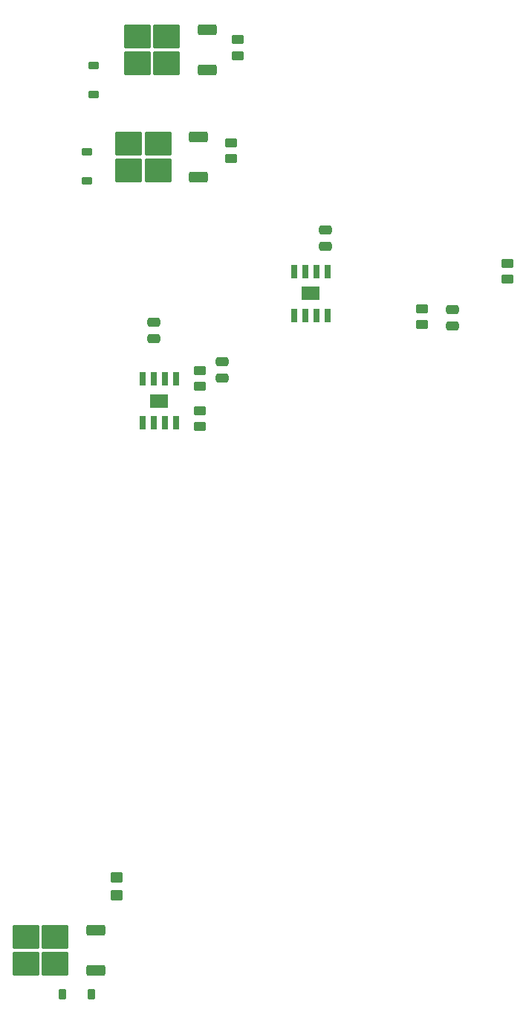
<source format=gbr>
%TF.GenerationSoftware,KiCad,Pcbnew,7.0.2*%
%TF.CreationDate,2024-02-29T19:16:00+01:00*%
%TF.ProjectId,carte actionneur,63617274-6520-4616-9374-696f6e6e6575,rev?*%
%TF.SameCoordinates,Original*%
%TF.FileFunction,Paste,Bot*%
%TF.FilePolarity,Positive*%
%FSLAX46Y46*%
G04 Gerber Fmt 4.6, Leading zero omitted, Abs format (unit mm)*
G04 Created by KiCad (PCBNEW 7.0.2) date 2024-02-29 19:16:00*
%MOMM*%
%LPD*%
G01*
G04 APERTURE LIST*
G04 Aperture macros list*
%AMRoundRect*
0 Rectangle with rounded corners*
0 $1 Rounding radius*
0 $2 $3 $4 $5 $6 $7 $8 $9 X,Y pos of 4 corners*
0 Add a 4 corners polygon primitive as box body*
4,1,4,$2,$3,$4,$5,$6,$7,$8,$9,$2,$3,0*
0 Add four circle primitives for the rounded corners*
1,1,$1+$1,$2,$3*
1,1,$1+$1,$4,$5*
1,1,$1+$1,$6,$7*
1,1,$1+$1,$8,$9*
0 Add four rect primitives between the rounded corners*
20,1,$1+$1,$2,$3,$4,$5,0*
20,1,$1+$1,$4,$5,$6,$7,0*
20,1,$1+$1,$6,$7,$8,$9,0*
20,1,$1+$1,$8,$9,$2,$3,0*%
G04 Aperture macros list end*
%ADD10RoundRect,0.225000X0.375000X-0.225000X0.375000X0.225000X-0.375000X0.225000X-0.375000X-0.225000X0*%
%ADD11R,0.802000X1.505000*%
%ADD12R,2.101200X1.567800*%
%ADD13RoundRect,0.250000X-0.475000X0.250000X-0.475000X-0.250000X0.475000X-0.250000X0.475000X0.250000X0*%
%ADD14RoundRect,0.250000X0.475000X-0.250000X0.475000X0.250000X-0.475000X0.250000X-0.475000X-0.250000X0*%
%ADD15RoundRect,0.250000X0.850000X0.350000X-0.850000X0.350000X-0.850000X-0.350000X0.850000X-0.350000X0*%
%ADD16RoundRect,0.250000X1.275000X1.125000X-1.275000X1.125000X-1.275000X-1.125000X1.275000X-1.125000X0*%
%ADD17RoundRect,0.250000X-0.450000X0.350000X-0.450000X-0.350000X0.450000X-0.350000X0.450000X0.350000X0*%
%ADD18RoundRect,0.250000X0.450000X-0.262500X0.450000X0.262500X-0.450000X0.262500X-0.450000X-0.262500X0*%
%ADD19RoundRect,0.250000X-0.450000X0.262500X-0.450000X-0.262500X0.450000X-0.262500X0.450000X0.262500X0*%
%ADD20RoundRect,0.225000X-0.225000X-0.375000X0.225000X-0.375000X0.225000X0.375000X-0.225000X0.375000X0*%
G04 APERTURE END LIST*
D10*
%TO.C,D4*%
X111600000Y-67950000D03*
X111600000Y-64650000D03*
%TD*%
D11*
%TO.C,U7*%
X135190000Y-78250000D03*
X136460000Y-78250000D03*
X137730000Y-78250000D03*
X139000000Y-78250000D03*
X139000000Y-83245000D03*
X137730000Y-83245000D03*
X136460000Y-83245000D03*
X135190000Y-83245000D03*
D12*
X137095000Y-80747500D03*
%TD*%
D13*
%TO.C,C3*%
X127000000Y-88500000D03*
X127000000Y-90400000D03*
%TD*%
D14*
%TO.C,C5*%
X153250000Y-84500000D03*
X153250000Y-82600000D03*
%TD*%
D15*
%TO.C,Q3*%
X124325000Y-62945000D03*
D16*
X119700000Y-66750000D03*
X119700000Y-63700000D03*
X116350000Y-66750000D03*
X116350000Y-63700000D03*
D15*
X124325000Y-67505000D03*
%TD*%
D14*
%TO.C,C6*%
X138750000Y-75400000D03*
X138750000Y-73500000D03*
%TD*%
D17*
%TO.C,R1*%
X115000000Y-147200000D03*
X115000000Y-149200000D03*
%TD*%
D14*
%TO.C,C4*%
X119250000Y-85900000D03*
X119250000Y-84000000D03*
%TD*%
D18*
%TO.C,R5*%
X124500000Y-95912500D03*
X124500000Y-94087500D03*
%TD*%
D19*
%TO.C,R6*%
X159500000Y-77337500D03*
X159500000Y-79162500D03*
%TD*%
D20*
%TO.C,D1*%
X108850000Y-160500000D03*
X112150000Y-160500000D03*
%TD*%
D15*
%TO.C,Q1*%
X112625000Y-157755000D03*
D16*
X104650000Y-153950000D03*
X104650000Y-157000000D03*
X108000000Y-153950000D03*
X108000000Y-157000000D03*
D15*
X112625000Y-153195000D03*
%TD*%
D19*
%TO.C,R10*%
X128000000Y-63587500D03*
X128000000Y-65412500D03*
%TD*%
D15*
%TO.C,Q2*%
X125300000Y-50740000D03*
D16*
X120675000Y-54545000D03*
X120675000Y-51495000D03*
X117325000Y-54545000D03*
X117325000Y-51495000D03*
D15*
X125300000Y-55300000D03*
%TD*%
D19*
%TO.C,R9*%
X128800000Y-51887500D03*
X128800000Y-53712500D03*
%TD*%
D10*
%TO.C,D3*%
X112400000Y-58150000D03*
X112400000Y-54850000D03*
%TD*%
D11*
%TO.C,U3*%
X117940000Y-90500000D03*
X119210000Y-90500000D03*
X120480000Y-90500000D03*
X121750000Y-90500000D03*
X121750000Y-95495000D03*
X120480000Y-95495000D03*
X119210000Y-95495000D03*
X117940000Y-95495000D03*
D12*
X119845000Y-92997500D03*
%TD*%
D18*
%TO.C,R7*%
X149750000Y-84325000D03*
X149750000Y-82500000D03*
%TD*%
D19*
%TO.C,R4*%
X124500000Y-89500000D03*
X124500000Y-91325000D03*
%TD*%
M02*

</source>
